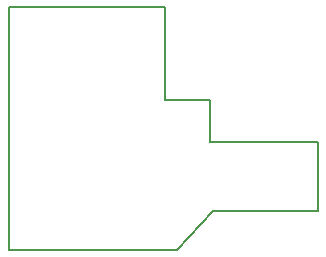
<source format=gm1>
G04 #@! TF.GenerationSoftware,KiCad,Pcbnew,(5.0.1)-4*
G04 #@! TF.CreationDate,2019-03-10T19:19:02+01:00*
G04 #@! TF.ProjectId,wii_hdmi_pcb,7769695F68646D695F7063622E6B6963,rev?*
G04 #@! TF.SameCoordinates,Original*
G04 #@! TF.FileFunction,Profile,NP*
%FSLAX46Y46*%
G04 Gerber Fmt 4.6, Leading zero omitted, Abs format (unit mm)*
G04 Created by KiCad (PCBNEW (5.0.1)-4) date 10.03.2019 19:19:02*
%MOMM*%
%LPD*%
G01*
G04 APERTURE LIST*
%ADD10C,0.150000*%
G04 APERTURE END LIST*
D10*
X128524000Y-52578000D02*
X141732000Y-52578000D01*
X128524000Y-53340000D02*
X128524000Y-52578000D01*
X128524000Y-73152000D02*
X142748000Y-73152000D01*
X128524000Y-73152000D02*
X128524000Y-53340000D01*
X145796000Y-69850000D02*
X142748000Y-73152000D01*
X154686000Y-69850000D02*
X145796000Y-69850000D01*
X154686000Y-64008000D02*
X154686000Y-69850000D01*
X145542000Y-64008000D02*
X154686000Y-64008000D01*
X145542000Y-60452000D02*
X145542000Y-64008000D01*
X141732000Y-60452000D02*
X145542000Y-60452000D01*
X141732000Y-52578000D02*
X141732000Y-60452000D01*
M02*

</source>
